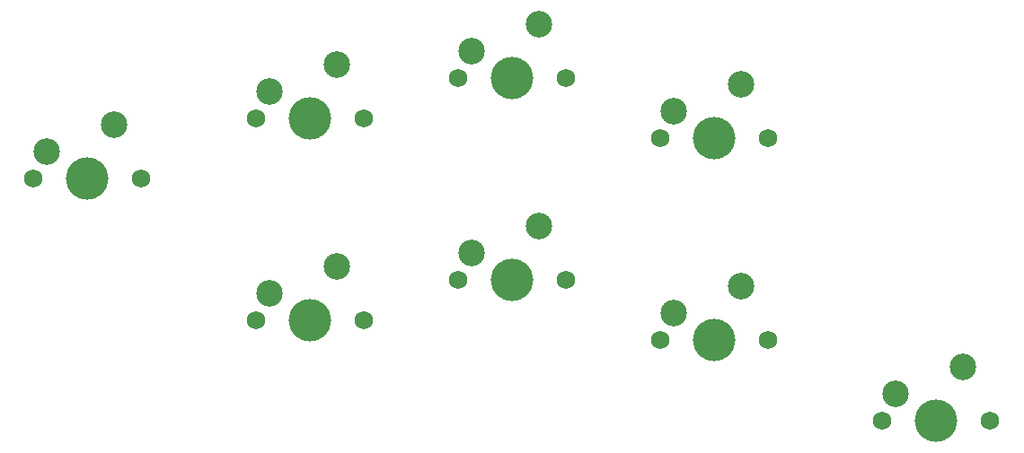
<source format=gbr>
%TF.GenerationSoftware,KiCad,Pcbnew,7.0.2*%
%TF.CreationDate,2023-09-16T14:44:34-04:00*%
%TF.ProjectId,j-artsey-v1,6a2d6172-7473-4657-992d-76312e6b6963,rev?*%
%TF.SameCoordinates,Original*%
%TF.FileFunction,Soldermask,Bot*%
%TF.FilePolarity,Negative*%
%FSLAX46Y46*%
G04 Gerber Fmt 4.6, Leading zero omitted, Abs format (unit mm)*
G04 Created by KiCad (PCBNEW 7.0.2) date 2023-09-16 14:44:34*
%MOMM*%
%LPD*%
G01*
G04 APERTURE LIST*
%ADD10C,1.750000*%
%ADD11C,4.000000*%
%ADD12C,2.500000*%
G04 APERTURE END LIST*
D10*
%TO.C,MX2*%
X137795000Y-62865000D03*
D11*
X142875000Y-62865000D03*
D10*
X147955000Y-62865000D03*
D12*
X139065000Y-60325000D03*
X145415000Y-57785000D03*
%TD*%
D10*
%TO.C,MX3*%
X156845000Y-59055000D03*
D11*
X161925000Y-59055000D03*
D10*
X167005000Y-59055000D03*
D12*
X158115000Y-56515000D03*
X164465000Y-53975000D03*
%TD*%
D10*
%TO.C,MX1*%
X116840000Y-68580000D03*
D11*
X121920000Y-68580000D03*
D10*
X127000000Y-68580000D03*
D12*
X118110000Y-66040000D03*
X124460000Y-63500000D03*
%TD*%
D10*
%TO.C,MX4*%
X175895000Y-64770000D03*
D11*
X180975000Y-64770000D03*
D10*
X186055000Y-64770000D03*
D12*
X177165000Y-62230000D03*
X183515000Y-59690000D03*
%TD*%
D10*
%TO.C,MX8*%
X196850000Y-91440000D03*
D11*
X201930000Y-91440000D03*
D10*
X207010000Y-91440000D03*
D12*
X198120000Y-88900000D03*
X204470000Y-86360000D03*
%TD*%
D10*
%TO.C,MX5*%
X137795000Y-81915000D03*
D11*
X142875000Y-81915000D03*
D10*
X147955000Y-81915000D03*
D12*
X139065000Y-79375000D03*
X145415000Y-76835000D03*
%TD*%
D10*
%TO.C,MX7*%
X175895000Y-83820000D03*
D11*
X180975000Y-83820000D03*
D10*
X186055000Y-83820000D03*
D12*
X177165000Y-81280000D03*
X183515000Y-78740000D03*
%TD*%
D10*
%TO.C,MX6*%
X156845000Y-78105000D03*
D11*
X161925000Y-78105000D03*
D10*
X167005000Y-78105000D03*
D12*
X158115000Y-75565000D03*
X164465000Y-73025000D03*
%TD*%
M02*

</source>
